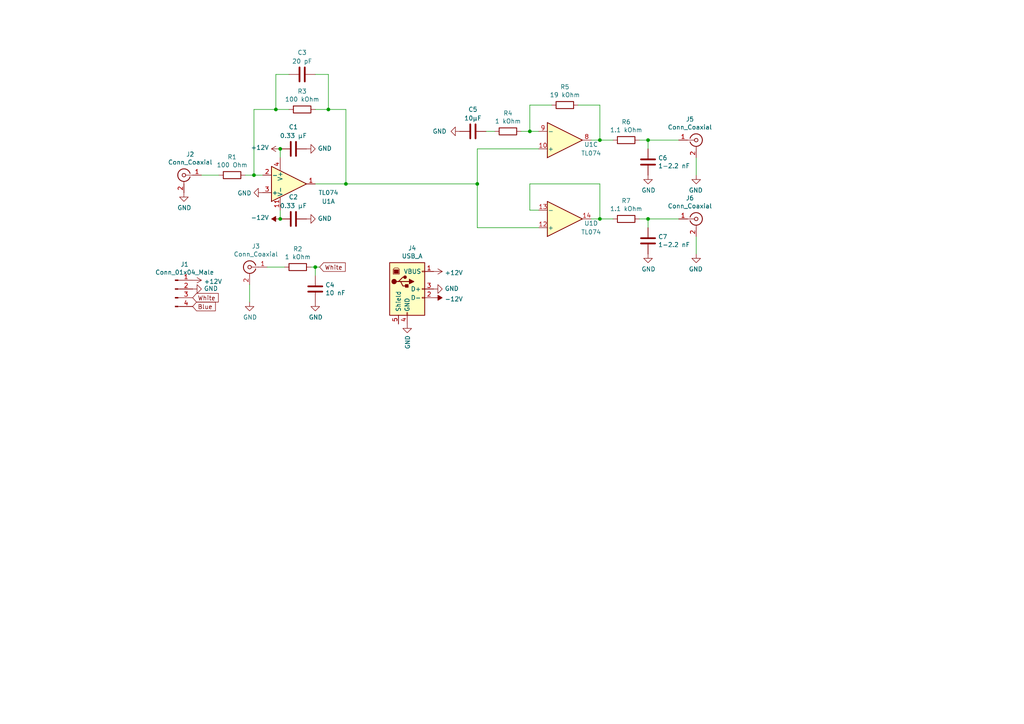
<source format=kicad_sch>
(kicad_sch (version 20211123) (generator eeschema)

  (uuid a13ab237-8f8d-4e16-8c47-4440653b8534)

  (paper "A4")

  (lib_symbols
    (symbol "Amplifier_Operational:TL074" (pin_names (offset 0.127)) (in_bom yes) (on_board yes)
      (property "Reference" "U" (id 0) (at 0 5.08 0)
        (effects (font (size 1.27 1.27)) (justify left))
      )
      (property "Value" "TL074" (id 1) (at 0 -5.08 0)
        (effects (font (size 1.27 1.27)) (justify left))
      )
      (property "Footprint" "" (id 2) (at -1.27 2.54 0)
        (effects (font (size 1.27 1.27)) hide)
      )
      (property "Datasheet" "http://www.ti.com/lit/ds/symlink/tl071.pdf" (id 3) (at 1.27 5.08 0)
        (effects (font (size 1.27 1.27)) hide)
      )
      (property "ki_locked" "" (id 4) (at 0 0 0)
        (effects (font (size 1.27 1.27)))
      )
      (property "ki_keywords" "quad opamp" (id 5) (at 0 0 0)
        (effects (font (size 1.27 1.27)) hide)
      )
      (property "ki_description" "Quad Low-Noise JFET-Input Operational Amplifiers, DIP-14/SOIC-14" (id 6) (at 0 0 0)
        (effects (font (size 1.27 1.27)) hide)
      )
      (property "ki_fp_filters" "SOIC*3.9x8.7mm*P1.27mm* DIP*W7.62mm* TSSOP*4.4x5mm*P0.65mm* SSOP*5.3x6.2mm*P0.65mm* MSOP*3x3mm*P0.5mm*" (id 7) (at 0 0 0)
        (effects (font (size 1.27 1.27)) hide)
      )
      (symbol "TL074_1_1"
        (polyline
          (pts
            (xy -5.08 5.08)
            (xy 5.08 0)
            (xy -5.08 -5.08)
            (xy -5.08 5.08)
          )
          (stroke (width 0.254) (type default) (color 0 0 0 0))
          (fill (type background))
        )
        (pin output line (at 7.62 0 180) (length 2.54)
          (name "~" (effects (font (size 1.27 1.27))))
          (number "1" (effects (font (size 1.27 1.27))))
        )
        (pin input line (at -7.62 -2.54 0) (length 2.54)
          (name "-" (effects (font (size 1.27 1.27))))
          (number "2" (effects (font (size 1.27 1.27))))
        )
        (pin input line (at -7.62 2.54 0) (length 2.54)
          (name "+" (effects (font (size 1.27 1.27))))
          (number "3" (effects (font (size 1.27 1.27))))
        )
      )
      (symbol "TL074_2_1"
        (polyline
          (pts
            (xy -5.08 5.08)
            (xy 5.08 0)
            (xy -5.08 -5.08)
            (xy -5.08 5.08)
          )
          (stroke (width 0.254) (type default) (color 0 0 0 0))
          (fill (type background))
        )
        (pin input line (at -7.62 2.54 0) (length 2.54)
          (name "+" (effects (font (size 1.27 1.27))))
          (number "5" (effects (font (size 1.27 1.27))))
        )
        (pin input line (at -7.62 -2.54 0) (length 2.54)
          (name "-" (effects (font (size 1.27 1.27))))
          (number "6" (effects (font (size 1.27 1.27))))
        )
        (pin output line (at 7.62 0 180) (length 2.54)
          (name "~" (effects (font (size 1.27 1.27))))
          (number "7" (effects (font (size 1.27 1.27))))
        )
      )
      (symbol "TL074_3_1"
        (polyline
          (pts
            (xy -5.08 5.08)
            (xy 5.08 0)
            (xy -5.08 -5.08)
            (xy -5.08 5.08)
          )
          (stroke (width 0.254) (type default) (color 0 0 0 0))
          (fill (type background))
        )
        (pin input line (at -7.62 2.54 0) (length 2.54)
          (name "+" (effects (font (size 1.27 1.27))))
          (number "10" (effects (font (size 1.27 1.27))))
        )
        (pin output line (at 7.62 0 180) (length 2.54)
          (name "~" (effects (font (size 1.27 1.27))))
          (number "8" (effects (font (size 1.27 1.27))))
        )
        (pin input line (at -7.62 -2.54 0) (length 2.54)
          (name "-" (effects (font (size 1.27 1.27))))
          (number "9" (effects (font (size 1.27 1.27))))
        )
      )
      (symbol "TL074_4_1"
        (polyline
          (pts
            (xy -5.08 5.08)
            (xy 5.08 0)
            (xy -5.08 -5.08)
            (xy -5.08 5.08)
          )
          (stroke (width 0.254) (type default) (color 0 0 0 0))
          (fill (type background))
        )
        (pin input line (at -7.62 2.54 0) (length 2.54)
          (name "+" (effects (font (size 1.27 1.27))))
          (number "12" (effects (font (size 1.27 1.27))))
        )
        (pin input line (at -7.62 -2.54 0) (length 2.54)
          (name "-" (effects (font (size 1.27 1.27))))
          (number "13" (effects (font (size 1.27 1.27))))
        )
        (pin output line (at 7.62 0 180) (length 2.54)
          (name "~" (effects (font (size 1.27 1.27))))
          (number "14" (effects (font (size 1.27 1.27))))
        )
      )
      (symbol "TL074_5_1"
        (pin power_in line (at -2.54 -7.62 90) (length 3.81)
          (name "V-" (effects (font (size 1.27 1.27))))
          (number "11" (effects (font (size 1.27 1.27))))
        )
        (pin power_in line (at -2.54 7.62 270) (length 3.81)
          (name "V+" (effects (font (size 1.27 1.27))))
          (number "4" (effects (font (size 1.27 1.27))))
        )
      )
    )
    (symbol "Connector:Conn_01x04_Male" (pin_names (offset 1.016) hide) (in_bom yes) (on_board yes)
      (property "Reference" "J" (id 0) (at 0 5.08 0)
        (effects (font (size 1.27 1.27)))
      )
      (property "Value" "Conn_01x04_Male" (id 1) (at 0 -7.62 0)
        (effects (font (size 1.27 1.27)))
      )
      (property "Footprint" "" (id 2) (at 0 0 0)
        (effects (font (size 1.27 1.27)) hide)
      )
      (property "Datasheet" "~" (id 3) (at 0 0 0)
        (effects (font (size 1.27 1.27)) hide)
      )
      (property "ki_keywords" "connector" (id 4) (at 0 0 0)
        (effects (font (size 1.27 1.27)) hide)
      )
      (property "ki_description" "Generic connector, single row, 01x04, script generated (kicad-library-utils/schlib/autogen/connector/)" (id 5) (at 0 0 0)
        (effects (font (size 1.27 1.27)) hide)
      )
      (property "ki_fp_filters" "Connector*:*_1x??_*" (id 6) (at 0 0 0)
        (effects (font (size 1.27 1.27)) hide)
      )
      (symbol "Conn_01x04_Male_1_1"
        (polyline
          (pts
            (xy 1.27 -5.08)
            (xy 0.8636 -5.08)
          )
          (stroke (width 0.1524) (type default) (color 0 0 0 0))
          (fill (type none))
        )
        (polyline
          (pts
            (xy 1.27 -2.54)
            (xy 0.8636 -2.54)
          )
          (stroke (width 0.1524) (type default) (color 0 0 0 0))
          (fill (type none))
        )
        (polyline
          (pts
            (xy 1.27 0)
            (xy 0.8636 0)
          )
          (stroke (width 0.1524) (type default) (color 0 0 0 0))
          (fill (type none))
        )
        (polyline
          (pts
            (xy 1.27 2.54)
            (xy 0.8636 2.54)
          )
          (stroke (width 0.1524) (type default) (color 0 0 0 0))
          (fill (type none))
        )
        (rectangle (start 0.8636 -4.953) (end 0 -5.207)
          (stroke (width 0.1524) (type default) (color 0 0 0 0))
          (fill (type outline))
        )
        (rectangle (start 0.8636 -2.413) (end 0 -2.667)
          (stroke (width 0.1524) (type default) (color 0 0 0 0))
          (fill (type outline))
        )
        (rectangle (start 0.8636 0.127) (end 0 -0.127)
          (stroke (width 0.1524) (type default) (color 0 0 0 0))
          (fill (type outline))
        )
        (rectangle (start 0.8636 2.667) (end 0 2.413)
          (stroke (width 0.1524) (type default) (color 0 0 0 0))
          (fill (type outline))
        )
        (pin passive line (at 5.08 2.54 180) (length 3.81)
          (name "Pin_1" (effects (font (size 1.27 1.27))))
          (number "1" (effects (font (size 1.27 1.27))))
        )
        (pin passive line (at 5.08 0 180) (length 3.81)
          (name "Pin_2" (effects (font (size 1.27 1.27))))
          (number "2" (effects (font (size 1.27 1.27))))
        )
        (pin passive line (at 5.08 -2.54 180) (length 3.81)
          (name "Pin_3" (effects (font (size 1.27 1.27))))
          (number "3" (effects (font (size 1.27 1.27))))
        )
        (pin passive line (at 5.08 -5.08 180) (length 3.81)
          (name "Pin_4" (effects (font (size 1.27 1.27))))
          (number "4" (effects (font (size 1.27 1.27))))
        )
      )
    )
    (symbol "Connector:Conn_Coaxial" (pin_names (offset 1.016) hide) (in_bom yes) (on_board yes)
      (property "Reference" "J" (id 0) (at 0.254 3.048 0)
        (effects (font (size 1.27 1.27)))
      )
      (property "Value" "Conn_Coaxial" (id 1) (at 2.921 0 90)
        (effects (font (size 1.27 1.27)))
      )
      (property "Footprint" "" (id 2) (at 0 0 0)
        (effects (font (size 1.27 1.27)) hide)
      )
      (property "Datasheet" " ~" (id 3) (at 0 0 0)
        (effects (font (size 1.27 1.27)) hide)
      )
      (property "ki_keywords" "BNC SMA SMB SMC LEMO coaxial connector CINCH RCA" (id 4) (at 0 0 0)
        (effects (font (size 1.27 1.27)) hide)
      )
      (property "ki_description" "coaxial connector (BNC, SMA, SMB, SMC, Cinch/RCA, LEMO, ...)" (id 5) (at 0 0 0)
        (effects (font (size 1.27 1.27)) hide)
      )
      (property "ki_fp_filters" "*BNC* *SMA* *SMB* *SMC* *Cinch* *LEMO*" (id 6) (at 0 0 0)
        (effects (font (size 1.27 1.27)) hide)
      )
      (symbol "Conn_Coaxial_0_1"
        (arc (start -1.778 -0.508) (mid 0.222 -1.808) (end 1.778 0)
          (stroke (width 0.254) (type default) (color 0 0 0 0))
          (fill (type none))
        )
        (polyline
          (pts
            (xy -2.54 0)
            (xy -0.508 0)
          )
          (stroke (width 0) (type default) (color 0 0 0 0))
          (fill (type none))
        )
        (polyline
          (pts
            (xy 0 -2.54)
            (xy 0 -1.778)
          )
          (stroke (width 0) (type default) (color 0 0 0 0))
          (fill (type none))
        )
        (circle (center 0 0) (radius 0.508)
          (stroke (width 0.2032) (type default) (color 0 0 0 0))
          (fill (type none))
        )
        (arc (start 1.778 0) (mid 0.222 1.8083) (end -1.778 0.508)
          (stroke (width 0.254) (type default) (color 0 0 0 0))
          (fill (type none))
        )
      )
      (symbol "Conn_Coaxial_1_1"
        (pin passive line (at -5.08 0 0) (length 2.54)
          (name "In" (effects (font (size 1.27 1.27))))
          (number "1" (effects (font (size 1.27 1.27))))
        )
        (pin passive line (at 0 -5.08 90) (length 2.54)
          (name "Ext" (effects (font (size 1.27 1.27))))
          (number "2" (effects (font (size 1.27 1.27))))
        )
      )
    )
    (symbol "Connector:USB_B" (pin_names (offset 1.016)) (in_bom yes) (on_board yes)
      (property "Reference" "J" (id 0) (at -5.08 11.43 0)
        (effects (font (size 1.27 1.27)) (justify left))
      )
      (property "Value" "USB_B" (id 1) (at -5.08 8.89 0)
        (effects (font (size 1.27 1.27)) (justify left))
      )
      (property "Footprint" "" (id 2) (at 3.81 -1.27 0)
        (effects (font (size 1.27 1.27)) hide)
      )
      (property "Datasheet" " ~" (id 3) (at 3.81 -1.27 0)
        (effects (font (size 1.27 1.27)) hide)
      )
      (property "ki_keywords" "connector USB" (id 4) (at 0 0 0)
        (effects (font (size 1.27 1.27)) hide)
      )
      (property "ki_description" "USB Type B connector" (id 5) (at 0 0 0)
        (effects (font (size 1.27 1.27)) hide)
      )
      (property "ki_fp_filters" "USB*" (id 6) (at 0 0 0)
        (effects (font (size 1.27 1.27)) hide)
      )
      (symbol "USB_B_0_1"
        (rectangle (start -5.08 -7.62) (end 5.08 7.62)
          (stroke (width 0.254) (type default) (color 0 0 0 0))
          (fill (type background))
        )
        (circle (center -3.81 2.159) (radius 0.635)
          (stroke (width 0.254) (type default) (color 0 0 0 0))
          (fill (type outline))
        )
        (rectangle (start -3.81 5.588) (end -2.54 4.572)
          (stroke (width 0) (type default) (color 0 0 0 0))
          (fill (type outline))
        )
        (circle (center -0.635 3.429) (radius 0.381)
          (stroke (width 0.254) (type default) (color 0 0 0 0))
          (fill (type outline))
        )
        (rectangle (start -0.127 -7.62) (end 0.127 -6.858)
          (stroke (width 0) (type default) (color 0 0 0 0))
          (fill (type none))
        )
        (polyline
          (pts
            (xy -1.905 2.159)
            (xy 0.635 2.159)
          )
          (stroke (width 0.254) (type default) (color 0 0 0 0))
          (fill (type none))
        )
        (polyline
          (pts
            (xy -3.175 2.159)
            (xy -2.54 2.159)
            (xy -1.27 3.429)
            (xy -0.635 3.429)
          )
          (stroke (width 0.254) (type default) (color 0 0 0 0))
          (fill (type none))
        )
        (polyline
          (pts
            (xy -2.54 2.159)
            (xy -1.905 2.159)
            (xy -1.27 0.889)
            (xy 0 0.889)
          )
          (stroke (width 0.254) (type default) (color 0 0 0 0))
          (fill (type none))
        )
        (polyline
          (pts
            (xy 0.635 2.794)
            (xy 0.635 1.524)
            (xy 1.905 2.159)
            (xy 0.635 2.794)
          )
          (stroke (width 0.254) (type default) (color 0 0 0 0))
          (fill (type outline))
        )
        (polyline
          (pts
            (xy -4.064 4.318)
            (xy -2.286 4.318)
            (xy -2.286 5.715)
            (xy -2.667 6.096)
            (xy -3.683 6.096)
            (xy -4.064 5.715)
            (xy -4.064 4.318)
          )
          (stroke (width 0) (type default) (color 0 0 0 0))
          (fill (type none))
        )
        (rectangle (start 0.254 1.27) (end -0.508 0.508)
          (stroke (width 0.254) (type default) (color 0 0 0 0))
          (fill (type outline))
        )
        (rectangle (start 5.08 -2.667) (end 4.318 -2.413)
          (stroke (width 0) (type default) (color 0 0 0 0))
          (fill (type none))
        )
        (rectangle (start 5.08 -0.127) (end 4.318 0.127)
          (stroke (width 0) (type default) (color 0 0 0 0))
          (fill (type none))
        )
        (rectangle (start 5.08 4.953) (end 4.318 5.207)
          (stroke (width 0) (type default) (color 0 0 0 0))
          (fill (type none))
        )
      )
      (symbol "USB_B_1_1"
        (pin power_out line (at 7.62 5.08 180) (length 2.54)
          (name "VBUS" (effects (font (size 1.27 1.27))))
          (number "1" (effects (font (size 1.27 1.27))))
        )
        (pin bidirectional line (at 7.62 -2.54 180) (length 2.54)
          (name "D-" (effects (font (size 1.27 1.27))))
          (number "2" (effects (font (size 1.27 1.27))))
        )
        (pin bidirectional line (at 7.62 0 180) (length 2.54)
          (name "D+" (effects (font (size 1.27 1.27))))
          (number "3" (effects (font (size 1.27 1.27))))
        )
        (pin power_out line (at 0 -10.16 90) (length 2.54)
          (name "GND" (effects (font (size 1.27 1.27))))
          (number "4" (effects (font (size 1.27 1.27))))
        )
        (pin passive line (at -2.54 -10.16 90) (length 2.54)
          (name "Shield" (effects (font (size 1.27 1.27))))
          (number "5" (effects (font (size 1.27 1.27))))
        )
      )
    )
    (symbol "Device:C" (pin_numbers hide) (pin_names (offset 0.254)) (in_bom yes) (on_board yes)
      (property "Reference" "C" (id 0) (at 0.635 2.54 0)
        (effects (font (size 1.27 1.27)) (justify left))
      )
      (property "Value" "C" (id 1) (at 0.635 -2.54 0)
        (effects (font (size 1.27 1.27)) (justify left))
      )
      (property "Footprint" "" (id 2) (at 0.9652 -3.81 0)
        (effects (font (size 1.27 1.27)) hide)
      )
      (property "Datasheet" "~" (id 3) (at 0 0 0)
        (effects (font (size 1.27 1.27)) hide)
      )
      (property "ki_keywords" "cap capacitor" (id 4) (at 0 0 0)
        (effects (font (size 1.27 1.27)) hide)
      )
      (property "ki_description" "Unpolarized capacitor" (id 5) (at 0 0 0)
        (effects (font (size 1.27 1.27)) hide)
      )
      (property "ki_fp_filters" "C_*" (id 6) (at 0 0 0)
        (effects (font (size 1.27 1.27)) hide)
      )
      (symbol "C_0_1"
        (polyline
          (pts
            (xy -2.032 -0.762)
            (xy 2.032 -0.762)
          )
          (stroke (width 0.508) (type default) (color 0 0 0 0))
          (fill (type none))
        )
        (polyline
          (pts
            (xy -2.032 0.762)
            (xy 2.032 0.762)
          )
          (stroke (width 0.508) (type default) (color 0 0 0 0))
          (fill (type none))
        )
      )
      (symbol "C_1_1"
        (pin passive line (at 0 3.81 270) (length 2.794)
          (name "~" (effects (font (size 1.27 1.27))))
          (number "1" (effects (font (size 1.27 1.27))))
        )
        (pin passive line (at 0 -3.81 90) (length 2.794)
          (name "~" (effects (font (size 1.27 1.27))))
          (number "2" (effects (font (size 1.27 1.27))))
        )
      )
    )
    (symbol "Device:R" (pin_numbers hide) (pin_names (offset 0)) (in_bom yes) (on_board yes)
      (property "Reference" "R" (id 0) (at 2.032 0 90)
        (effects (font (size 1.27 1.27)))
      )
      (property "Value" "R" (id 1) (at 0 0 90)
        (effects (font (size 1.27 1.27)))
      )
      (property "Footprint" "" (id 2) (at -1.778 0 90)
        (effects (font (size 1.27 1.27)) hide)
      )
      (property "Datasheet" "~" (id 3) (at 0 0 0)
        (effects (font (size 1.27 1.27)) hide)
      )
      (property "ki_keywords" "R res resistor" (id 4) (at 0 0 0)
        (effects (font (size 1.27 1.27)) hide)
      )
      (property "ki_description" "Resistor" (id 5) (at 0 0 0)
        (effects (font (size 1.27 1.27)) hide)
      )
      (property "ki_fp_filters" "R_*" (id 6) (at 0 0 0)
        (effects (font (size 1.27 1.27)) hide)
      )
      (symbol "R_0_1"
        (rectangle (start -1.016 -2.54) (end 1.016 2.54)
          (stroke (width 0.254) (type default) (color 0 0 0 0))
          (fill (type none))
        )
      )
      (symbol "R_1_1"
        (pin passive line (at 0 3.81 270) (length 1.27)
          (name "~" (effects (font (size 1.27 1.27))))
          (number "1" (effects (font (size 1.27 1.27))))
        )
        (pin passive line (at 0 -3.81 90) (length 1.27)
          (name "~" (effects (font (size 1.27 1.27))))
          (number "2" (effects (font (size 1.27 1.27))))
        )
      )
    )
    (symbol "power:+12V" (power) (pin_names (offset 0)) (in_bom yes) (on_board yes)
      (property "Reference" "#PWR" (id 0) (at 0 -3.81 0)
        (effects (font (size 1.27 1.27)) hide)
      )
      (property "Value" "+12V" (id 1) (at 0 3.556 0)
        (effects (font (size 1.27 1.27)))
      )
      (property "Footprint" "" (id 2) (at 0 0 0)
        (effects (font (size 1.27 1.27)) hide)
      )
      (property "Datasheet" "" (id 3) (at 0 0 0)
        (effects (font (size 1.27 1.27)) hide)
      )
      (property "ki_keywords" "power-flag" (id 4) (at 0 0 0)
        (effects (font (size 1.27 1.27)) hide)
      )
      (property "ki_description" "Power symbol creates a global label with name \"+12V\"" (id 5) (at 0 0 0)
        (effects (font (size 1.27 1.27)) hide)
      )
      (symbol "+12V_0_1"
        (polyline
          (pts
            (xy -0.762 1.27)
            (xy 0 2.54)
          )
          (stroke (width 0) (type default) (color 0 0 0 0))
          (fill (type none))
        )
        (polyline
          (pts
            (xy 0 0)
            (xy 0 2.54)
          )
          (stroke (width 0) (type default) (color 0 0 0 0))
          (fill (type none))
        )
        (polyline
          (pts
            (xy 0 2.54)
            (xy 0.762 1.27)
          )
          (stroke (width 0) (type default) (color 0 0 0 0))
          (fill (type none))
        )
      )
      (symbol "+12V_1_1"
        (pin power_in line (at 0 0 90) (length 0) hide
          (name "+12V" (effects (font (size 1.27 1.27))))
          (number "1" (effects (font (size 1.27 1.27))))
        )
      )
    )
    (symbol "power:-12V" (power) (pin_names (offset 0)) (in_bom yes) (on_board yes)
      (property "Reference" "#PWR" (id 0) (at 0 2.54 0)
        (effects (font (size 1.27 1.27)) hide)
      )
      (property "Value" "-12V" (id 1) (at 0 3.81 0)
        (effects (font (size 1.27 1.27)))
      )
      (property "Footprint" "" (id 2) (at 0 0 0)
        (effects (font (size 1.27 1.27)) hide)
      )
      (property "Datasheet" "" (id 3) (at 0 0 0)
        (effects (font (size 1.27 1.27)) hide)
      )
      (property "ki_keywords" "power-flag" (id 4) (at 0 0 0)
        (effects (font (size 1.27 1.27)) hide)
      )
      (property "ki_description" "Power symbol creates a global label with name \"-12V\"" (id 5) (at 0 0 0)
        (effects (font (size 1.27 1.27)) hide)
      )
      (symbol "-12V_0_0"
        (pin power_in line (at 0 0 90) (length 0) hide
          (name "-12V" (effects (font (size 1.27 1.27))))
          (number "1" (effects (font (size 1.27 1.27))))
        )
      )
      (symbol "-12V_0_1"
        (polyline
          (pts
            (xy 0 0)
            (xy 0 1.27)
            (xy 0.762 1.27)
            (xy 0 2.54)
            (xy -0.762 1.27)
            (xy 0 1.27)
          )
          (stroke (width 0) (type default) (color 0 0 0 0))
          (fill (type outline))
        )
      )
    )
    (symbol "power:GND" (power) (pin_names (offset 0)) (in_bom yes) (on_board yes)
      (property "Reference" "#PWR" (id 0) (at 0 -6.35 0)
        (effects (font (size 1.27 1.27)) hide)
      )
      (property "Value" "GND" (id 1) (at 0 -3.81 0)
        (effects (font (size 1.27 1.27)))
      )
      (property "Footprint" "" (id 2) (at 0 0 0)
        (effects (font (size 1.27 1.27)) hide)
      )
      (property "Datasheet" "" (id 3) (at 0 0 0)
        (effects (font (size 1.27 1.27)) hide)
      )
      (property "ki_keywords" "power-flag" (id 4) (at 0 0 0)
        (effects (font (size 1.27 1.27)) hide)
      )
      (property "ki_description" "Power symbol creates a global label with name \"GND\" , ground" (id 5) (at 0 0 0)
        (effects (font (size 1.27 1.27)) hide)
      )
      (symbol "GND_0_1"
        (polyline
          (pts
            (xy 0 0)
            (xy 0 -1.27)
            (xy 1.27 -1.27)
            (xy 0 -2.54)
            (xy -1.27 -1.27)
            (xy 0 -1.27)
          )
          (stroke (width 0) (type default) (color 0 0 0 0))
          (fill (type none))
        )
      )
      (symbol "GND_1_1"
        (pin power_in line (at 0 0 270) (length 0) hide
          (name "GND" (effects (font (size 1.27 1.27))))
          (number "1" (effects (font (size 1.27 1.27))))
        )
      )
    )
  )

  (junction (at 81.28 43.18) (diameter 0) (color 0 0 0 0)
    (uuid 007653dc-24a1-4f8b-8bfa-7604710e0bb0)
  )
  (junction (at 187.96 63.5) (diameter 0) (color 0 0 0 0)
    (uuid 023ad332-e571-420f-95bc-943ffe6e671f)
  )
  (junction (at 95.25 31.75) (diameter 0) (color 0 0 0 0)
    (uuid 0ae82096-0994-4fb0-9a2a-d4ac4804abac)
  )
  (junction (at 173.99 63.5) (diameter 0) (color 0 0 0 0)
    (uuid 261cf3d5-b697-419b-843b-1197135cdf81)
  )
  (junction (at 138.43 53.34) (diameter 0) (color 0 0 0 0)
    (uuid 531ccfb8-083a-4e78-8462-f015f9d0487b)
  )
  (junction (at 173.99 40.64) (diameter 0) (color 0 0 0 0)
    (uuid 69ab88e7-f037-4768-a502-9766b827c0b5)
  )
  (junction (at 187.96 40.64) (diameter 0) (color 0 0 0 0)
    (uuid 8d759e6a-e25a-4ddb-8851-22199a221f01)
  )
  (junction (at 91.44 77.47) (diameter 0) (color 0 0 0 0)
    (uuid 8fc062a7-114d-48eb-a8f8-71128838f380)
  )
  (junction (at 81.28 63.5) (diameter 0) (color 0 0 0 0)
    (uuid 981034d3-4ba9-410a-8568-6651f93125bb)
  )
  (junction (at 100.33 53.34) (diameter 0) (color 0 0 0 0)
    (uuid a2407563-95ff-40bc-8796-873ce4154d07)
  )
  (junction (at 80.01 31.75) (diameter 0) (color 0 0 0 0)
    (uuid c04386e0-b49e-4fff-b380-675af13a62cb)
  )
  (junction (at 73.66 50.8) (diameter 0) (color 0 0 0 0)
    (uuid d0fb0864-e79b-4bdc-8e8e-eed0cabe6d56)
  )
  (junction (at 153.67 38.1) (diameter 0) (color 0 0 0 0)
    (uuid fe0266ef-89b5-400a-b02b-92eadb879034)
  )

  (wire (pts (xy 80.01 21.59) (xy 80.01 31.75))
    (stroke (width 0) (type default) (color 0 0 0 0))
    (uuid 03c7f780-fc1b-487a-b30d-567d6c09fdc8)
  )
  (wire (pts (xy 138.43 43.18) (xy 138.43 53.34))
    (stroke (width 0) (type default) (color 0 0 0 0))
    (uuid 0ce26235-4422-48e3-bc7f-f654789473be)
  )
  (wire (pts (xy 160.02 30.48) (xy 153.67 30.48))
    (stroke (width 0) (type default) (color 0 0 0 0))
    (uuid 0e88558c-3d98-454f-a141-35913ba855ff)
  )
  (wire (pts (xy 95.25 21.59) (xy 95.25 31.75))
    (stroke (width 0) (type default) (color 0 0 0 0))
    (uuid 0fdc6f30-77bc-4e9b-8665-c8aa9acf5bf9)
  )
  (wire (pts (xy 151.13 38.1) (xy 153.67 38.1))
    (stroke (width 0) (type default) (color 0 0 0 0))
    (uuid 12f28de2-cba0-4090-8983-4cffc1ac265e)
  )
  (wire (pts (xy 173.99 40.64) (xy 177.8 40.64))
    (stroke (width 0) (type default) (color 0 0 0 0))
    (uuid 1bf041f4-b677-411a-a4bc-cdeb7adb3121)
  )
  (wire (pts (xy 100.33 53.34) (xy 138.43 53.34))
    (stroke (width 0) (type default) (color 0 0 0 0))
    (uuid 1d81c7e7-86ed-4a4d-9428-b6a29f440ad8)
  )
  (wire (pts (xy 153.67 53.34) (xy 173.99 53.34))
    (stroke (width 0) (type default) (color 0 0 0 0))
    (uuid 1fb38c9c-9825-436b-9af6-28650dece314)
  )
  (wire (pts (xy 153.67 38.1) (xy 156.21 38.1))
    (stroke (width 0) (type default) (color 0 0 0 0))
    (uuid 309ba144-c631-454f-84d3-70e034a474b0)
  )
  (wire (pts (xy 171.45 63.5) (xy 173.99 63.5))
    (stroke (width 0) (type default) (color 0 0 0 0))
    (uuid 3b4a5f0b-58ca-4666-a916-88fa82939abf)
  )
  (wire (pts (xy 91.44 21.59) (xy 95.25 21.59))
    (stroke (width 0) (type default) (color 0 0 0 0))
    (uuid 4107d40a-e5df-4255-aacc-13f9928e090c)
  )
  (wire (pts (xy 153.67 53.34) (xy 153.67 60.96))
    (stroke (width 0) (type default) (color 0 0 0 0))
    (uuid 45391477-a617-4165-8520-f528b17e905f)
  )
  (wire (pts (xy 153.67 60.96) (xy 156.21 60.96))
    (stroke (width 0) (type default) (color 0 0 0 0))
    (uuid 470aea5e-2b29-4773-8b10-9edc5e8751af)
  )
  (wire (pts (xy 173.99 63.5) (xy 177.8 63.5))
    (stroke (width 0) (type default) (color 0 0 0 0))
    (uuid 4e3d5218-daaf-4188-94d6-28d19c5e1534)
  )
  (wire (pts (xy 91.44 77.47) (xy 92.71 77.47))
    (stroke (width 0) (type default) (color 0 0 0 0))
    (uuid 4f411f68-04bd-4175-a406-bcaa4cf6601e)
  )
  (wire (pts (xy 138.43 43.18) (xy 156.21 43.18))
    (stroke (width 0) (type default) (color 0 0 0 0))
    (uuid 552d870c-1c16-458f-bbf5-ac4b7df9ef09)
  )
  (wire (pts (xy 138.43 66.04) (xy 156.21 66.04))
    (stroke (width 0) (type default) (color 0 0 0 0))
    (uuid 5fa72ed7-ec8c-4ac2-a6e0-52d4d5626877)
  )
  (wire (pts (xy 185.42 63.5) (xy 187.96 63.5))
    (stroke (width 0) (type default) (color 0 0 0 0))
    (uuid 6cd77dcc-687e-4bef-bdd7-1e33399d0f19)
  )
  (wire (pts (xy 153.67 30.48) (xy 153.67 38.1))
    (stroke (width 0) (type default) (color 0 0 0 0))
    (uuid 7a9a01f3-0779-43e8-a51d-0baed9e4d0a7)
  )
  (wire (pts (xy 81.28 45.72) (xy 81.28 43.18))
    (stroke (width 0) (type default) (color 0 0 0 0))
    (uuid 82be7aae-5d06-4178-8c3e-98760c41b054)
  )
  (wire (pts (xy 81.28 63.5) (xy 81.28 60.96))
    (stroke (width 0) (type default) (color 0 0 0 0))
    (uuid 8d0c1d66-35ef-4a53-a28f-436a11b54f42)
  )
  (wire (pts (xy 140.97 38.1) (xy 143.51 38.1))
    (stroke (width 0) (type default) (color 0 0 0 0))
    (uuid 8d70cdd3-780c-428f-bce6-0db8ea42fb92)
  )
  (wire (pts (xy 90.17 77.47) (xy 91.44 77.47))
    (stroke (width 0) (type default) (color 0 0 0 0))
    (uuid 917920ab-0c6e-4927-974d-ef342cdd4f63)
  )
  (wire (pts (xy 173.99 53.34) (xy 173.99 63.5))
    (stroke (width 0) (type default) (color 0 0 0 0))
    (uuid 953bdc05-3beb-488d-b5b7-c9e841302bce)
  )
  (wire (pts (xy 171.45 40.64) (xy 173.99 40.64))
    (stroke (width 0) (type default) (color 0 0 0 0))
    (uuid 9f8fb1a3-0f68-41f9-945e-573ffae96639)
  )
  (wire (pts (xy 58.42 50.8) (xy 63.5 50.8))
    (stroke (width 0) (type default) (color 0 0 0 0))
    (uuid a5e521b9-814e-4853-a5ac-f158785c6269)
  )
  (wire (pts (xy 72.39 82.55) (xy 72.39 87.63))
    (stroke (width 0) (type default) (color 0 0 0 0))
    (uuid a6ccc556-da88-4006-ae1a-cc35733efef3)
  )
  (wire (pts (xy 187.96 63.5) (xy 196.85 63.5))
    (stroke (width 0) (type default) (color 0 0 0 0))
    (uuid b00aa705-01e6-4e2e-b089-fc9d6c9cfad8)
  )
  (wire (pts (xy 167.64 30.48) (xy 173.99 30.48))
    (stroke (width 0) (type default) (color 0 0 0 0))
    (uuid b30bfd17-908a-47e2-8e64-8df9b280b212)
  )
  (wire (pts (xy 83.82 21.59) (xy 80.01 21.59))
    (stroke (width 0) (type default) (color 0 0 0 0))
    (uuid b873bc5d-a9af-4bd9-afcb-87ce4d417120)
  )
  (wire (pts (xy 80.01 31.75) (xy 83.82 31.75))
    (stroke (width 0) (type default) (color 0 0 0 0))
    (uuid b9bb0e73-161a-4d06-b6eb-a9f66d8a95f5)
  )
  (wire (pts (xy 73.66 31.75) (xy 73.66 50.8))
    (stroke (width 0) (type default) (color 0 0 0 0))
    (uuid bd9595a1-04f3-4fda-8f1b-e65ad874edd3)
  )
  (wire (pts (xy 100.33 31.75) (xy 100.33 53.34))
    (stroke (width 0) (type default) (color 0 0 0 0))
    (uuid be645d0f-8568-47a0-a152-e3ddd33563eb)
  )
  (wire (pts (xy 91.44 80.01) (xy 91.44 77.47))
    (stroke (width 0) (type default) (color 0 0 0 0))
    (uuid c24d6ac8-802d-4df3-a210-9cb1f693e865)
  )
  (wire (pts (xy 201.93 73.66) (xy 201.93 68.58))
    (stroke (width 0) (type default) (color 0 0 0 0))
    (uuid c49d23ab-146d-4089-864f-2d22b5b414b9)
  )
  (wire (pts (xy 91.44 31.75) (xy 95.25 31.75))
    (stroke (width 0) (type default) (color 0 0 0 0))
    (uuid c9667181-b3c7-4b01-b8b4-baa29a9aea63)
  )
  (wire (pts (xy 73.66 50.8) (xy 76.2 50.8))
    (stroke (width 0) (type default) (color 0 0 0 0))
    (uuid cff34251-839c-4da9-a0ad-85d0fc4e32af)
  )
  (wire (pts (xy 91.44 53.34) (xy 100.33 53.34))
    (stroke (width 0) (type default) (color 0 0 0 0))
    (uuid d5b800ca-1ab6-4b66-b5f7-2dda5658b504)
  )
  (wire (pts (xy 77.47 77.47) (xy 82.55 77.47))
    (stroke (width 0) (type default) (color 0 0 0 0))
    (uuid d69a5fdf-de15-4ec9-94f6-f9ee2f4b69fa)
  )
  (wire (pts (xy 201.93 50.8) (xy 201.93 45.72))
    (stroke (width 0) (type default) (color 0 0 0 0))
    (uuid d96154b3-e481-4778-addc-507db9c3272d)
  )
  (wire (pts (xy 173.99 30.48) (xy 173.99 40.64))
    (stroke (width 0) (type default) (color 0 0 0 0))
    (uuid da852c67-a647-4ff4-b8a4-fd185b3abc73)
  )
  (wire (pts (xy 95.25 31.75) (xy 100.33 31.75))
    (stroke (width 0) (type default) (color 0 0 0 0))
    (uuid e0f06b5c-de63-4833-a591-ca9e19217a35)
  )
  (wire (pts (xy 185.42 40.64) (xy 187.96 40.64))
    (stroke (width 0) (type default) (color 0 0 0 0))
    (uuid e4aa537c-eb9d-4dbb-ac87-fae46af42391)
  )
  (wire (pts (xy 71.12 50.8) (xy 73.66 50.8))
    (stroke (width 0) (type default) (color 0 0 0 0))
    (uuid e65b62be-e01b-4688-a999-1d1be370c4ae)
  )
  (wire (pts (xy 73.66 31.75) (xy 80.01 31.75))
    (stroke (width 0) (type default) (color 0 0 0 0))
    (uuid ebd06df3-d52b-4cff-99a2-a771df6d3733)
  )
  (wire (pts (xy 138.43 53.34) (xy 138.43 66.04))
    (stroke (width 0) (type default) (color 0 0 0 0))
    (uuid ec706a97-7449-42e5-856b-954d64f5727e)
  )
  (wire (pts (xy 187.96 63.5) (xy 187.96 66.04))
    (stroke (width 0) (type default) (color 0 0 0 0))
    (uuid f149694e-4336-45f7-8a0b-aed91118ad18)
  )
  (wire (pts (xy 187.96 40.64) (xy 196.85 40.64))
    (stroke (width 0) (type default) (color 0 0 0 0))
    (uuid f488f514-2ff2-4200-9cdd-177468bdb24b)
  )
  (wire (pts (xy 187.96 40.64) (xy 187.96 43.18))
    (stroke (width 0) (type default) (color 0 0 0 0))
    (uuid f9403623-c00c-4b71-bc5c-d763ff009386)
  )

  (global_label "White" (shape input) (at 55.88 86.36 0) (fields_autoplaced)
    (effects (font (size 1.27 1.27)) (justify left))
    (uuid 926001fd-2747-4639-8c0f-4fc46ff7218d)
    (property "Intersheet References" "${INTERSHEET_REFS}" (id 0) (at 0 0 0)
      (effects (font (size 1.27 1.27)) hide)
    )
  )
  (global_label "White" (shape input) (at 92.71 77.47 0) (fields_autoplaced)
    (effects (font (size 1.27 1.27)) (justify left))
    (uuid d39d813e-3e64-490c-ba5c-a64bb5ad6bd0)
    (property "Intersheet References" "${INTERSHEET_REFS}" (id 0) (at 0 0 0)
      (effects (font (size 1.27 1.27)) hide)
    )
  )
  (global_label "Blue" (shape input) (at 55.88 88.9 0) (fields_autoplaced)
    (effects (font (size 1.27 1.27)) (justify left))
    (uuid e3fc1e69-a11c-4c84-8952-fefb9372474e)
    (property "Intersheet References" "${INTERSHEET_REFS}" (id 0) (at 0 0 0)
      (effects (font (size 1.27 1.27)) hide)
    )
  )

  (symbol (lib_id "Device:R") (at 67.31 50.8 270) (unit 1)
    (in_bom yes) (on_board yes)
    (uuid 00000000-0000-0000-0000-0000618210d1)
    (property "Reference" "R1" (id 0) (at 67.31 45.5422 90))
    (property "Value" "100 Ohm" (id 1) (at 67.31 47.8536 90))
    (property "Footprint" "Resistor_SMD:R_1206_3216Metric_Pad1.30x1.75mm_HandSolder" (id 2) (at 67.31 49.022 90)
      (effects (font (size 1.27 1.27)) hide)
    )
    (property "Datasheet" "~" (id 3) (at 67.31 50.8 0)
      (effects (font (size 1.27 1.27)) hide)
    )
    (pin "1" (uuid 23d2fab5-8f0e-40b2-93a2-517086fa5ee1))
    (pin "2" (uuid 4f2e7297-2848-4920-b463-278938260435))
  )

  (symbol (lib_id "Device:R") (at 87.63 31.75 270) (unit 1)
    (in_bom yes) (on_board yes)
    (uuid 00000000-0000-0000-0000-000061822177)
    (property "Reference" "R3" (id 0) (at 87.63 26.4922 90))
    (property "Value" "100 kOhm" (id 1) (at 87.63 28.8036 90))
    (property "Footprint" "Resistor_SMD:R_1206_3216Metric_Pad1.30x1.75mm_HandSolder" (id 2) (at 87.63 29.972 90)
      (effects (font (size 1.27 1.27)) hide)
    )
    (property "Datasheet" "~" (id 3) (at 87.63 31.75 0)
      (effects (font (size 1.27 1.27)) hide)
    )
    (pin "1" (uuid e28f0711-0cce-4361-a07b-2274ae6767ba))
    (pin "2" (uuid 18f47154-d9da-4a05-a42c-09ba367dd68c))
  )

  (symbol (lib_id "Device:R") (at 181.61 40.64 270) (unit 1)
    (in_bom yes) (on_board yes)
    (uuid 00000000-0000-0000-0000-000061824fc9)
    (property "Reference" "R6" (id 0) (at 181.61 35.3822 90))
    (property "Value" "1.1 kOhm" (id 1) (at 181.61 37.6936 90))
    (property "Footprint" "Resistor_SMD:R_1206_3216Metric_Pad1.30x1.75mm_HandSolder" (id 2) (at 181.61 38.862 90)
      (effects (font (size 1.27 1.27)) hide)
    )
    (property "Datasheet" "~" (id 3) (at 181.61 40.64 0)
      (effects (font (size 1.27 1.27)) hide)
    )
    (pin "1" (uuid 04bc437b-e3d9-4d02-b795-21794875e31a))
    (pin "2" (uuid c8e92cde-8b2f-4b3e-873d-ba8390b07fd0))
  )

  (symbol (lib_id "Device:C") (at 187.96 46.99 0) (unit 1)
    (in_bom yes) (on_board yes)
    (uuid 00000000-0000-0000-0000-000061826d28)
    (property "Reference" "C6" (id 0) (at 190.881 45.8216 0)
      (effects (font (size 1.27 1.27)) (justify left))
    )
    (property "Value" "1-2.2 nF" (id 1) (at 190.881 48.133 0)
      (effects (font (size 1.27 1.27)) (justify left))
    )
    (property "Footprint" "Capacitor_SMD:C_1206_3216Metric_Pad1.33x1.80mm_HandSolder" (id 2) (at 188.9252 50.8 0)
      (effects (font (size 1.27 1.27)) hide)
    )
    (property "Datasheet" "~" (id 3) (at 187.96 46.99 0)
      (effects (font (size 1.27 1.27)) hide)
    )
    (pin "1" (uuid 2727f037-c592-475d-8fa3-bcffe1c62f7f))
    (pin "2" (uuid 9386d95c-3a58-43af-bc44-5c56dd2924da))
  )

  (symbol (lib_id "power:GND") (at 187.96 50.8 0) (unit 1)
    (in_bom yes) (on_board yes)
    (uuid 00000000-0000-0000-0000-00006182766a)
    (property "Reference" "#PWR016" (id 0) (at 187.96 57.15 0)
      (effects (font (size 1.27 1.27)) hide)
    )
    (property "Value" "GND" (id 1) (at 188.087 55.1942 0))
    (property "Footprint" "" (id 2) (at 187.96 50.8 0)
      (effects (font (size 1.27 1.27)) hide)
    )
    (property "Datasheet" "" (id 3) (at 187.96 50.8 0)
      (effects (font (size 1.27 1.27)) hide)
    )
    (pin "1" (uuid ca10adf8-e48b-4d4d-9a92-9612ea418ebb))
  )

  (symbol (lib_id "Connector:Conn_Coaxial") (at 201.93 63.5 0) (unit 1)
    (in_bom yes) (on_board yes)
    (uuid 00000000-0000-0000-0000-000061829af5)
    (property "Reference" "J6" (id 0) (at 200.1012 57.4548 0))
    (property "Value" "Conn_Coaxial" (id 1) (at 200.1012 59.7662 0))
    (property "Footprint" "Connector_Coaxial:SMA_Amphenol_132291-12_Vertical" (id 2) (at 201.93 63.5 0)
      (effects (font (size 1.27 1.27)) hide)
    )
    (property "Datasheet" " ~" (id 3) (at 201.93 63.5 0)
      (effects (font (size 1.27 1.27)) hide)
    )
    (pin "1" (uuid 5955fc9a-c742-493f-9e64-a9a25a873ff3))
    (pin "2" (uuid c167d8c0-1b54-44ab-9e2e-7deab141ab36))
  )

  (symbol (lib_id "power:GND") (at 201.93 73.66 0) (mirror y) (unit 1)
    (in_bom yes) (on_board yes)
    (uuid 00000000-0000-0000-0000-000061829afb)
    (property "Reference" "#PWR019" (id 0) (at 201.93 80.01 0)
      (effects (font (size 1.27 1.27)) hide)
    )
    (property "Value" "GND" (id 1) (at 201.803 78.0542 0))
    (property "Footprint" "" (id 2) (at 201.93 73.66 0)
      (effects (font (size 1.27 1.27)) hide)
    )
    (property "Datasheet" "" (id 3) (at 201.93 73.66 0)
      (effects (font (size 1.27 1.27)) hide)
    )
    (pin "1" (uuid 2872653f-5587-4693-9820-5b924e45bdd1))
  )

  (symbol (lib_id "Device:C") (at 85.09 43.18 270) (unit 1)
    (in_bom yes) (on_board yes)
    (uuid 00000000-0000-0000-0000-00006183485d)
    (property "Reference" "C1" (id 0) (at 85.09 36.83 90))
    (property "Value" "0.33 μF" (id 1) (at 85.09 39.37 90))
    (property "Footprint" "Capacitor_SMD:C_1206_3216Metric_Pad1.33x1.80mm_HandSolder" (id 2) (at 81.28 44.1452 0)
      (effects (font (size 1.27 1.27)) hide)
    )
    (property "Datasheet" "~" (id 3) (at 85.09 43.18 0)
      (effects (font (size 1.27 1.27)) hide)
    )
    (pin "1" (uuid e32f3b75-caa2-43e6-ae73-a4497241e521))
    (pin "2" (uuid a6e0310d-133a-4662-a89e-282e3b8ae558))
  )

  (symbol (lib_id "Device:C") (at 85.09 63.5 270) (unit 1)
    (in_bom yes) (on_board yes)
    (uuid 00000000-0000-0000-0000-0000618351e0)
    (property "Reference" "C2" (id 0) (at 85.09 57.15 90))
    (property "Value" "0.33 μF" (id 1) (at 85.09 59.69 90))
    (property "Footprint" "Capacitor_SMD:C_1206_3216Metric_Pad1.33x1.80mm_HandSolder" (id 2) (at 81.28 64.4652 0)
      (effects (font (size 1.27 1.27)) hide)
    )
    (property "Datasheet" "~" (id 3) (at 85.09 63.5 0)
      (effects (font (size 1.27 1.27)) hide)
    )
    (pin "1" (uuid 807afd4c-248e-40e5-8d21-6627e8b704ec))
    (pin "2" (uuid 2383cc57-c4ba-46d8-b4fb-bcd03c7f534d))
  )

  (symbol (lib_id "power:GND") (at 88.9 43.18 90) (unit 1)
    (in_bom yes) (on_board yes)
    (uuid 00000000-0000-0000-0000-000061836c06)
    (property "Reference" "#PWR08" (id 0) (at 95.25 43.18 0)
      (effects (font (size 1.27 1.27)) hide)
    )
    (property "Value" "GND" (id 1) (at 92.1512 43.053 90)
      (effects (font (size 1.27 1.27)) (justify right))
    )
    (property "Footprint" "" (id 2) (at 88.9 43.18 0)
      (effects (font (size 1.27 1.27)) hide)
    )
    (property "Datasheet" "" (id 3) (at 88.9 43.18 0)
      (effects (font (size 1.27 1.27)) hide)
    )
    (pin "1" (uuid 8ee23804-ba2e-43bb-a051-a3738fd405c2))
  )

  (symbol (lib_id "power:GND") (at 88.9 63.5 90) (unit 1)
    (in_bom yes) (on_board yes)
    (uuid 00000000-0000-0000-0000-00006183743b)
    (property "Reference" "#PWR09" (id 0) (at 95.25 63.5 0)
      (effects (font (size 1.27 1.27)) hide)
    )
    (property "Value" "GND" (id 1) (at 92.1512 63.373 90)
      (effects (font (size 1.27 1.27)) (justify right))
    )
    (property "Footprint" "" (id 2) (at 88.9 63.5 0)
      (effects (font (size 1.27 1.27)) hide)
    )
    (property "Datasheet" "" (id 3) (at 88.9 63.5 0)
      (effects (font (size 1.27 1.27)) hide)
    )
    (pin "1" (uuid e8b3a258-02c1-4f90-bfd1-0f6d8b488495))
  )

  (symbol (lib_id "Device:C") (at 87.63 21.59 270) (unit 1)
    (in_bom yes) (on_board yes)
    (uuid 00000000-0000-0000-0000-00006183fb57)
    (property "Reference" "C3" (id 0) (at 87.63 15.24 90))
    (property "Value" "20 pF" (id 1) (at 87.63 17.78 90))
    (property "Footprint" "Capacitor_SMD:C_1206_3216Metric_Pad1.33x1.80mm_HandSolder" (id 2) (at 83.82 22.5552 0)
      (effects (font (size 1.27 1.27)) hide)
    )
    (property "Datasheet" "~" (id 3) (at 87.63 21.59 0)
      (effects (font (size 1.27 1.27)) hide)
    )
    (pin "1" (uuid a32d008c-7ae2-429e-b769-efcc7067c278))
    (pin "2" (uuid 1c7cee09-d75c-450e-81db-90dbec975075))
  )

  (symbol (lib_id "power:+12V") (at 81.28 43.18 90) (unit 1)
    (in_bom yes) (on_board yes)
    (uuid 00000000-0000-0000-0000-000061850fc1)
    (property "Reference" "#PWR06" (id 0) (at 85.09 43.18 0)
      (effects (font (size 1.27 1.27)) hide)
    )
    (property "Value" "+12V" (id 1) (at 78.0288 42.799 90)
      (effects (font (size 1.27 1.27)) (justify left))
    )
    (property "Footprint" "" (id 2) (at 81.28 43.18 0)
      (effects (font (size 1.27 1.27)) hide)
    )
    (property "Datasheet" "" (id 3) (at 81.28 43.18 0)
      (effects (font (size 1.27 1.27)) hide)
    )
    (pin "1" (uuid 77a23736-6ea1-4950-bc94-03a253f04972))
  )

  (symbol (lib_id "power:-12V") (at 81.28 63.5 90) (unit 1)
    (in_bom yes) (on_board yes)
    (uuid 00000000-0000-0000-0000-0000618519ad)
    (property "Reference" "#PWR07" (id 0) (at 78.74 63.5 0)
      (effects (font (size 1.27 1.27)) hide)
    )
    (property "Value" "-12V" (id 1) (at 78.0288 63.119 90)
      (effects (font (size 1.27 1.27)) (justify left))
    )
    (property "Footprint" "" (id 2) (at 81.28 63.5 0)
      (effects (font (size 1.27 1.27)) hide)
    )
    (property "Datasheet" "" (id 3) (at 81.28 63.5 0)
      (effects (font (size 1.27 1.27)) hide)
    )
    (pin "1" (uuid b30355e7-68f9-417a-84bd-f2379e9eeff7))
  )

  (symbol (lib_id "power:GND") (at 76.2 55.88 270) (unit 1)
    (in_bom yes) (on_board yes)
    (uuid 00000000-0000-0000-0000-0000618581f1)
    (property "Reference" "#PWR05" (id 0) (at 69.85 55.88 0)
      (effects (font (size 1.27 1.27)) hide)
    )
    (property "Value" "GND" (id 1) (at 72.9488 56.007 90)
      (effects (font (size 1.27 1.27)) (justify right))
    )
    (property "Footprint" "" (id 2) (at 76.2 55.88 0)
      (effects (font (size 1.27 1.27)) hide)
    )
    (property "Datasheet" "" (id 3) (at 76.2 55.88 0)
      (effects (font (size 1.27 1.27)) hide)
    )
    (pin "1" (uuid eb88b9e4-f7ea-42f1-8c54-e606a8380036))
  )

  (symbol (lib_id "Connector:Conn_Coaxial") (at 53.34 50.8 0) (mirror y) (unit 1)
    (in_bom yes) (on_board yes)
    (uuid 00000000-0000-0000-0000-000061858d60)
    (property "Reference" "J2" (id 0) (at 55.1688 44.7548 0))
    (property "Value" "Conn_Coaxial" (id 1) (at 55.1688 47.0662 0))
    (property "Footprint" "Connector_Coaxial:SMA_Amphenol_132291-12_Vertical" (id 2) (at 53.34 50.8 0)
      (effects (font (size 1.27 1.27)) hide)
    )
    (property "Datasheet" " ~" (id 3) (at 53.34 50.8 0)
      (effects (font (size 1.27 1.27)) hide)
    )
    (pin "1" (uuid 46cbd2b5-3def-48b1-b6cd-7ea537715800))
    (pin "2" (uuid 254ec2e7-dcba-41b6-854c-462a1dbcca13))
  )

  (symbol (lib_id "power:GND") (at 53.34 55.88 0) (unit 1)
    (in_bom yes) (on_board yes)
    (uuid 00000000-0000-0000-0000-00006185ad45)
    (property "Reference" "#PWR01" (id 0) (at 53.34 62.23 0)
      (effects (font (size 1.27 1.27)) hide)
    )
    (property "Value" "GND" (id 1) (at 53.467 60.2742 0))
    (property "Footprint" "" (id 2) (at 53.34 55.88 0)
      (effects (font (size 1.27 1.27)) hide)
    )
    (property "Datasheet" "" (id 3) (at 53.34 55.88 0)
      (effects (font (size 1.27 1.27)) hide)
    )
    (pin "1" (uuid 89478415-c3ad-445f-a695-6c8ce1df140e))
  )

  (symbol (lib_id "Connector:Conn_01x04_Male") (at 50.8 83.82 0) (unit 1)
    (in_bom yes) (on_board yes)
    (uuid 00000000-0000-0000-0000-00006185c21c)
    (property "Reference" "J1" (id 0) (at 53.5432 76.6826 0))
    (property "Value" "Conn_01x04_Male" (id 1) (at 53.5432 78.994 0))
    (property "Footprint" "Connector_PinHeader_2.54mm:PinHeader_1x04_P2.54mm_Vertical" (id 2) (at 50.8 83.82 0)
      (effects (font (size 1.27 1.27)) hide)
    )
    (property "Datasheet" "~" (id 3) (at 50.8 83.82 0)
      (effects (font (size 1.27 1.27)) hide)
    )
    (pin "1" (uuid 545934a1-8e78-47c4-8b02-351f1f12ec37))
    (pin "2" (uuid 5101365b-b4be-4f1c-9fa1-be6db4bb58c3))
    (pin "3" (uuid effa58fe-05ba-460f-a33b-b1e2f6e21ea0))
    (pin "4" (uuid 86b12b1c-77fb-406c-b452-69688f36ee7a))
  )

  (symbol (lib_id "power:+12V") (at 55.88 81.28 270) (unit 1)
    (in_bom yes) (on_board yes)
    (uuid 00000000-0000-0000-0000-00006185d9f4)
    (property "Reference" "#PWR02" (id 0) (at 52.07 81.28 0)
      (effects (font (size 1.27 1.27)) hide)
    )
    (property "Value" "+12V" (id 1) (at 59.1312 81.661 90)
      (effects (font (size 1.27 1.27)) (justify left))
    )
    (property "Footprint" "" (id 2) (at 55.88 81.28 0)
      (effects (font (size 1.27 1.27)) hide)
    )
    (property "Datasheet" "" (id 3) (at 55.88 81.28 0)
      (effects (font (size 1.27 1.27)) hide)
    )
    (pin "1" (uuid 47ad866d-2717-4a8a-9f10-bb5311d60938))
  )

  (symbol (lib_id "power:GND") (at 55.88 83.82 90) (unit 1)
    (in_bom yes) (on_board yes)
    (uuid 00000000-0000-0000-0000-00006185e263)
    (property "Reference" "#PWR03" (id 0) (at 62.23 83.82 0)
      (effects (font (size 1.27 1.27)) hide)
    )
    (property "Value" "GND" (id 1) (at 59.1312 83.693 90)
      (effects (font (size 1.27 1.27)) (justify right))
    )
    (property "Footprint" "" (id 2) (at 55.88 83.82 0)
      (effects (font (size 1.27 1.27)) hide)
    )
    (property "Datasheet" "" (id 3) (at 55.88 83.82 0)
      (effects (font (size 1.27 1.27)) hide)
    )
    (pin "1" (uuid 057dff60-5b63-4365-8092-fe40ca4f6ba6))
  )

  (symbol (lib_id "power:+12V") (at 125.73 78.74 270) (unit 1)
    (in_bom yes) (on_board yes)
    (uuid 00000000-0000-0000-0000-00006185f0f9)
    (property "Reference" "#PWR012" (id 0) (at 121.92 78.74 0)
      (effects (font (size 1.27 1.27)) hide)
    )
    (property "Value" "+12V" (id 1) (at 128.9812 79.121 90)
      (effects (font (size 1.27 1.27)) (justify left))
    )
    (property "Footprint" "" (id 2) (at 125.73 78.74 0)
      (effects (font (size 1.27 1.27)) hide)
    )
    (property "Datasheet" "" (id 3) (at 125.73 78.74 0)
      (effects (font (size 1.27 1.27)) hide)
    )
    (pin "1" (uuid a65e92e3-9fda-4f4f-9973-a96b09d461d2))
  )

  (symbol (lib_id "power:-12V") (at 125.73 86.36 270) (unit 1)
    (in_bom yes) (on_board yes)
    (uuid 00000000-0000-0000-0000-00006185f7a2)
    (property "Reference" "#PWR014" (id 0) (at 128.27 86.36 0)
      (effects (font (size 1.27 1.27)) hide)
    )
    (property "Value" "-12V" (id 1) (at 128.9812 86.741 90)
      (effects (font (size 1.27 1.27)) (justify left))
    )
    (property "Footprint" "" (id 2) (at 125.73 86.36 0)
      (effects (font (size 1.27 1.27)) hide)
    )
    (property "Datasheet" "" (id 3) (at 125.73 86.36 0)
      (effects (font (size 1.27 1.27)) hide)
    )
    (pin "1" (uuid 42e9ebd9-d764-452d-9ee1-66b81f6eec69))
  )

  (symbol (lib_id "Connector:Conn_Coaxial") (at 72.39 77.47 0) (mirror y) (unit 1)
    (in_bom yes) (on_board yes)
    (uuid 00000000-0000-0000-0000-00006186038e)
    (property "Reference" "J3" (id 0) (at 74.2188 71.4248 0))
    (property "Value" "Conn_Coaxial" (id 1) (at 74.2188 73.7362 0))
    (property "Footprint" "Connector_Coaxial:SMA_Amphenol_132291-12_Vertical" (id 2) (at 72.39 77.47 0)
      (effects (font (size 1.27 1.27)) hide)
    )
    (property "Datasheet" " ~" (id 3) (at 72.39 77.47 0)
      (effects (font (size 1.27 1.27)) hide)
    )
    (pin "1" (uuid 39bf1ce4-9ba6-4844-abdd-1956812a90a0))
    (pin "2" (uuid f5751636-179d-42f6-84a1-b57312e22235))
  )

  (symbol (lib_id "power:GND") (at 125.73 83.82 90) (unit 1)
    (in_bom yes) (on_board yes)
    (uuid 00000000-0000-0000-0000-0000618603da)
    (property "Reference" "#PWR013" (id 0) (at 132.08 83.82 0)
      (effects (font (size 1.27 1.27)) hide)
    )
    (property "Value" "GND" (id 1) (at 128.9812 83.693 90)
      (effects (font (size 1.27 1.27)) (justify right))
    )
    (property "Footprint" "" (id 2) (at 125.73 83.82 0)
      (effects (font (size 1.27 1.27)) hide)
    )
    (property "Datasheet" "" (id 3) (at 125.73 83.82 0)
      (effects (font (size 1.27 1.27)) hide)
    )
    (pin "1" (uuid 719602d4-7a99-409f-9928-be2e82a92503))
  )

  (symbol (lib_id "Device:C") (at 91.44 83.82 0) (unit 1)
    (in_bom yes) (on_board yes)
    (uuid 00000000-0000-0000-0000-000061860d6f)
    (property "Reference" "C4" (id 0) (at 94.361 82.6516 0)
      (effects (font (size 1.27 1.27)) (justify left))
    )
    (property "Value" "10 nF" (id 1) (at 94.361 84.963 0)
      (effects (font (size 1.27 1.27)) (justify left))
    )
    (property "Footprint" "Capacitor_SMD:C_1206_3216Metric_Pad1.33x1.80mm_HandSolder" (id 2) (at 92.4052 87.63 0)
      (effects (font (size 1.27 1.27)) hide)
    )
    (property "Datasheet" "~" (id 3) (at 91.44 83.82 0)
      (effects (font (size 1.27 1.27)) hide)
    )
    (pin "1" (uuid 5e845d28-b090-4cbe-b836-36c12cd256a2))
    (pin "2" (uuid ecedbbe7-eea3-4038-badf-788056e23985))
  )

  (symbol (lib_id "Device:R") (at 86.36 77.47 270) (unit 1)
    (in_bom yes) (on_board yes)
    (uuid 00000000-0000-0000-0000-000061861ef1)
    (property "Reference" "R2" (id 0) (at 86.36 72.2122 90))
    (property "Value" "1 kOhm" (id 1) (at 86.36 74.5236 90))
    (property "Footprint" "Resistor_SMD:R_1206_3216Metric_Pad1.30x1.75mm_HandSolder" (id 2) (at 86.36 75.692 90)
      (effects (font (size 1.27 1.27)) hide)
    )
    (property "Datasheet" "~" (id 3) (at 86.36 77.47 0)
      (effects (font (size 1.27 1.27)) hide)
    )
    (pin "1" (uuid 5c514e44-33e2-4c4b-ae7f-50636654683c))
    (pin "2" (uuid 4c4752ba-cc55-4b4f-b8b9-8b560e360b95))
  )

  (symbol (lib_id "power:GND") (at 72.39 87.63 0) (unit 1)
    (in_bom yes) (on_board yes)
    (uuid 00000000-0000-0000-0000-000061862d7c)
    (property "Reference" "#PWR04" (id 0) (at 72.39 93.98 0)
      (effects (font (size 1.27 1.27)) hide)
    )
    (property "Value" "GND" (id 1) (at 72.517 92.0242 0))
    (property "Footprint" "" (id 2) (at 72.39 87.63 0)
      (effects (font (size 1.27 1.27)) hide)
    )
    (property "Datasheet" "" (id 3) (at 72.39 87.63 0)
      (effects (font (size 1.27 1.27)) hide)
    )
    (pin "1" (uuid 4e48f2b1-7e80-47ec-824b-883a968ad9f9))
  )

  (symbol (lib_id "power:GND") (at 91.44 87.63 0) (unit 1)
    (in_bom yes) (on_board yes)
    (uuid 00000000-0000-0000-0000-0000618635de)
    (property "Reference" "#PWR010" (id 0) (at 91.44 93.98 0)
      (effects (font (size 1.27 1.27)) hide)
    )
    (property "Value" "GND" (id 1) (at 91.567 92.0242 0))
    (property "Footprint" "" (id 2) (at 91.44 87.63 0)
      (effects (font (size 1.27 1.27)) hide)
    )
    (property "Datasheet" "" (id 3) (at 91.44 87.63 0)
      (effects (font (size 1.27 1.27)) hide)
    )
    (pin "1" (uuid 5e88cabf-4637-408d-b3dc-5f21d460b323))
  )

  (symbol (lib_id "Connector:USB_B") (at 118.11 83.82 0) (unit 1)
    (in_bom yes) (on_board yes)
    (uuid 00000000-0000-0000-0000-000062345363)
    (property "Reference" "J4" (id 0) (at 119.5578 71.9582 0))
    (property "Value" "USB_A" (id 1) (at 119.5578 74.2696 0))
    (property "Footprint" "Connector_USB:USB_B_Lumberg_2411_02_Horizontal" (id 2) (at 121.92 85.09 0)
      (effects (font (size 1.27 1.27)) hide)
    )
    (property "Datasheet" " ~" (id 3) (at 121.92 85.09 0)
      (effects (font (size 1.27 1.27)) hide)
    )
    (pin "1" (uuid 5d0bbc41-e409-416c-9d53-d476971687a8))
    (pin "2" (uuid 66c3346e-a484-4d11-87a7-59a768ce549a))
    (pin "3" (uuid 9a362b03-69ee-4b1f-b653-32a8ac132ea9))
    (pin "4" (uuid 576d1f38-6c0b-4ee9-a024-a6c2e1c6c615))
    (pin "5" (uuid 499ddd12-b834-47e8-a90d-0020d386d9a5))
  )

  (symbol (lib_id "power:GND") (at 118.11 93.98 0) (unit 1)
    (in_bom yes) (on_board yes)
    (uuid 00000000-0000-0000-0000-0000623478f6)
    (property "Reference" "#PWR011" (id 0) (at 118.11 100.33 0)
      (effects (font (size 1.27 1.27)) hide)
    )
    (property "Value" "GND" (id 1) (at 118.237 97.2312 90)
      (effects (font (size 1.27 1.27)) (justify right))
    )
    (property "Footprint" "" (id 2) (at 118.11 93.98 0)
      (effects (font (size 1.27 1.27)) hide)
    )
    (property "Datasheet" "" (id 3) (at 118.11 93.98 0)
      (effects (font (size 1.27 1.27)) hide)
    )
    (pin "1" (uuid dbd40e82-8eac-4561-aed1-5a215b72798b))
  )

  (symbol (lib_id "power:GND") (at 187.96 73.66 0) (unit 1)
    (in_bom yes) (on_board yes)
    (uuid 0653ab69-e029-4b96-ac20-3fc5f586df4c)
    (property "Reference" "#PWR017" (id 0) (at 187.96 80.01 0)
      (effects (font (size 1.27 1.27)) hide)
    )
    (property "Value" "GND" (id 1) (at 188.087 78.0542 0))
    (property "Footprint" "" (id 2) (at 187.96 73.66 0)
      (effects (font (size 1.27 1.27)) hide)
    )
    (property "Datasheet" "" (id 3) (at 187.96 73.66 0)
      (effects (font (size 1.27 1.27)) hide)
    )
    (pin "1" (uuid 2af80b09-e4ec-4fbf-9a6a-889b6439a0cb))
  )

  (symbol (lib_id "Device:C") (at 137.16 38.1 90) (unit 1)
    (in_bom yes) (on_board yes)
    (uuid 16e46076-8f9d-4ebd-bf49-0a9dc8d6dd9d)
    (property "Reference" "C5" (id 0) (at 137.16 31.75 90))
    (property "Value" "10μF" (id 1) (at 137.16 34.29 90))
    (property "Footprint" "Capacitor_SMD:C_1206_3216Metric_Pad1.33x1.80mm_HandSolder" (id 2) (at 140.97 37.1348 0)
      (effects (font (size 1.27 1.27)) hide)
    )
    (property "Datasheet" "~" (id 3) (at 137.16 38.1 0)
      (effects (font (size 1.27 1.27)) hide)
    )
    (pin "1" (uuid 10ebb28c-8c8a-487f-b129-488703374744))
    (pin "2" (uuid aa0d84b4-a883-4b8b-9acd-2b3a2c1135a3))
  )

  (symbol (lib_id "Device:R") (at 147.32 38.1 270) (unit 1)
    (in_bom yes) (on_board yes)
    (uuid 19d8410b-fb02-4046-a49d-4650710c9522)
    (property "Reference" "R4" (id 0) (at 147.32 32.8422 90))
    (property "Value" "1 kOhm" (id 1) (at 147.32 35.1536 90))
    (property "Footprint" "Resistor_SMD:R_1206_3216Metric_Pad1.30x1.75mm_HandSolder" (id 2) (at 147.32 36.322 90)
      (effects (font (size 1.27 1.27)) hide)
    )
    (property "Datasheet" "~" (id 3) (at 147.32 38.1 0)
      (effects (font (size 1.27 1.27)) hide)
    )
    (pin "1" (uuid 961e438c-c186-4394-956c-44d393375d90))
    (pin "2" (uuid 29c08d24-6e67-48a4-a672-7bf02c71cc04))
  )

  (symbol (lib_id "Connector:Conn_Coaxial") (at 201.93 40.64 0) (unit 1)
    (in_bom yes) (on_board yes)
    (uuid 3f9478d4-122a-4960-956c-35916e723b41)
    (property "Reference" "J5" (id 0) (at 200.1012 34.5948 0))
    (property "Value" "Conn_Coaxial" (id 1) (at 200.1012 36.9062 0))
    (property "Footprint" "Connector_Coaxial:SMA_Amphenol_132291-12_Vertical" (id 2) (at 201.93 40.64 0)
      (effects (font (size 1.27 1.27)) hide)
    )
    (property "Datasheet" " ~" (id 3) (at 201.93 40.64 0)
      (effects (font (size 1.27 1.27)) hide)
    )
    (pin "1" (uuid 3d349242-813e-4b0d-b017-d7c82e86c036))
    (pin "2" (uuid 710a512b-7b56-4f7f-bfcb-35465a2e76f9))
  )

  (symbol (lib_id "Amplifier_Operational:TL074") (at 83.82 53.34 0) (mirror x) (unit 1)
    (in_bom yes) (on_board yes)
    (uuid 681a9c2b-4447-4d19-b323-a30f00c8f920)
    (property "Reference" "U1" (id 0) (at 95.25 58.42 0))
    (property "Value" "TL074" (id 1) (at 95.25 55.88 0))
    (property "Footprint" "Package_DIP:DIP-14_W7.62mm_LongPads" (id 2) (at 82.55 55.88 0)
      (effects (font (size 1.27 1.27)) hide)
    )
    (property "Datasheet" "http://www.ti.com/lit/ds/symlink/tl071.pdf" (id 3) (at 85.09 58.42 0)
      (effects (font (size 1.27 1.27)) hide)
    )
    (pin "1" (uuid 64c7319c-1bab-43d6-8bdb-746d2e95ec2b))
    (pin "2" (uuid 040ce7c1-23b2-4322-afc1-41071b4cc017))
    (pin "3" (uuid e4dc3efe-ee9a-4d21-890a-244cdfa2616f))
    (pin "5" (uuid 63b082c2-918c-47ee-a4ef-8f42b0208ebd))
    (pin "6" (uuid 2e0b5563-b50b-4b87-a5f4-b7cfaf50e610))
    (pin "7" (uuid 744cbe24-c1d9-48ad-8045-b0b155a14e61))
    (pin "10" (uuid bfbe960a-45bf-48da-9862-122a2cea5f1d))
    (pin "8" (uuid 23e24c2a-f36f-43f0-92ae-dfa06bb8cbf0))
    (pin "9" (uuid 6fb8d2c4-2c51-420b-83fc-b44f6708ce39))
    (pin "12" (uuid b93c37c6-7d4f-4861-9eae-cfa77b0e82be))
    (pin "13" (uuid b384a772-347f-49a6-97bf-877057f145bf))
    (pin "14" (uuid 4c884d1e-dd2c-4f40-8e7f-3a134c46c4c9))
    (pin "11" (uuid 1b80d083-a987-42fa-9381-e3b11b4c4e88))
    (pin "4" (uuid 1300fc3c-8af9-437c-ae13-a2b1f0a7e021))
  )

  (symbol (lib_id "Amplifier_Operational:TL074") (at 83.82 53.34 0) (unit 5)
    (in_bom yes) (on_board yes) (fields_autoplaced)
    (uuid 70b03c34-229e-4859-9de1-a03fcd9fb026)
    (property "Reference" "U1" (id 0) (at 82.55 52.0699 0)
      (effects (font (size 1.27 1.27)) (justify left) hide)
    )
    (property "Value" "TL074" (id 1) (at 82.55 53.3399 0)
      (effects (font (size 1.27 1.27)) (justify left) hide)
    )
    (property "Footprint" "Package_DIP:DIP-14_W7.62mm_LongPads" (id 2) (at 82.55 50.8 0)
      (effects (font (size 1.27 1.27)) hide)
    )
    (property "Datasheet" "http://www.ti.com/lit/ds/symlink/tl071.pdf" (id 3) (at 85.09 48.26 0)
      (effects (font (size 1.27 1.27)) hide)
    )
    (pin "1" (uuid f6a89c63-7145-4145-aa5f-a716147eee3c))
    (pin "2" (uuid f1a9fd6d-8319-47de-a2fd-e72ccd570a71))
    (pin "3" (uuid 5c4567e0-95a8-4c79-b00e-fae6438773a2))
    (pin "5" (uuid ee0e650b-3958-4497-9dbf-f10dd3ecced5))
    (pin "6" (uuid d5f69ca9-2640-4ca9-8181-5fa111a12600))
    (pin "7" (uuid 041f289c-a365-4afd-98c1-af6c1dbb66dd))
    (pin "10" (uuid 37c28f01-49dc-4c0b-bea9-f72201ee5fb0))
    (pin "8" (uuid 76ab022f-1726-46c3-8e2c-59ecb3ed6282))
    (pin "9" (uuid 92747f51-4ffa-42db-a207-d80a1b71b923))
    (pin "12" (uuid 7f0a67b0-d82b-46a0-bd35-2cc7feb3d247))
    (pin "13" (uuid c9f5ce40-614c-4d3d-833d-ba2af84082a1))
    (pin "14" (uuid 0a8d037b-da40-468a-a486-6ab3e50139ac))
    (pin "11" (uuid ee26b7cc-8c38-43c0-8439-f89b0f495741))
    (pin "4" (uuid 1ac152d9-b99d-4da5-a70d-32c8cefc0aab))
  )

  (symbol (lib_id "Amplifier_Operational:TL074") (at 163.83 40.64 0) (mirror x) (unit 3)
    (in_bom yes) (on_board yes)
    (uuid 725b7088-5e5d-400d-8e81-45ca4eecb09a)
    (property "Reference" "U1" (id 0) (at 171.45 41.91 0))
    (property "Value" "TL074" (id 1) (at 171.45 44.45 0))
    (property "Footprint" "Package_DIP:DIP-14_W7.62mm_LongPads" (id 2) (at 162.56 43.18 0)
      (effects (font (size 1.27 1.27)) hide)
    )
    (property "Datasheet" "http://www.ti.com/lit/ds/symlink/tl071.pdf" (id 3) (at 165.1 45.72 0)
      (effects (font (size 1.27 1.27)) hide)
    )
    (pin "1" (uuid 80f9c58b-0bd1-47de-a891-9a24644a7a9e))
    (pin "2" (uuid da64db97-13a2-444e-af54-9ab5016feef2))
    (pin "3" (uuid 0ec480b4-89b5-4cd4-8fdc-6156cae9728f))
    (pin "5" (uuid 25edd2b8-c0c4-4a53-b866-22707b8f41ca))
    (pin "6" (uuid e89109b9-8d5e-40e1-8ba6-cee0a7234884))
    (pin "7" (uuid efe1d201-3907-47bf-ae8a-fe2329f6e06d))
    (pin "10" (uuid 381a7ef5-08eb-4011-b3d9-7955275e3a7b))
    (pin "8" (uuid 4c76466f-bb26-4ee1-a229-0e40d9876de8))
    (pin "9" (uuid 40ced4fa-0a22-4d5e-83e2-fb9105e5af8b))
    (pin "12" (uuid 495fa1c4-6d87-4db8-b514-fde51b707073))
    (pin "13" (uuid 97f51394-3b91-433b-9831-5785fcb3d861))
    (pin "14" (uuid b92838c7-e2a6-420d-85f6-e7e406819be4))
    (pin "11" (uuid 4ca84153-ae96-4fd0-b283-7bed6648fbf9))
    (pin "4" (uuid 0277158e-9542-47fb-9df7-da77a8c0da26))
  )

  (symbol (lib_id "power:GND") (at 201.93 50.8 0) (mirror y) (unit 1)
    (in_bom yes) (on_board yes)
    (uuid 7dc8afb2-47e3-4136-9ae3-dbe9b5c6384f)
    (property "Reference" "#PWR018" (id 0) (at 201.93 57.15 0)
      (effects (font (size 1.27 1.27)) hide)
    )
    (property "Value" "GND" (id 1) (at 201.803 55.1942 0))
    (property "Footprint" "" (id 2) (at 201.93 50.8 0)
      (effects (font (size 1.27 1.27)) hide)
    )
    (property "Datasheet" "" (id 3) (at 201.93 50.8 0)
      (effects (font (size 1.27 1.27)) hide)
    )
    (pin "1" (uuid ec0b3062-fec8-4159-b282-3c3e632ad68c))
  )

  (symbol (lib_id "Device:C") (at 187.96 69.85 0) (unit 1)
    (in_bom yes) (on_board yes)
    (uuid 7f0652db-34e0-4fb2-8abe-37eb1d07dc0f)
    (property "Reference" "C7" (id 0) (at 190.881 68.6816 0)
      (effects (font (size 1.27 1.27)) (justify left))
    )
    (property "Value" "1-2.2 nF" (id 1) (at 190.881 70.993 0)
      (effects (font (size 1.27 1.27)) (justify left))
    )
    (property "Footprint" "Capacitor_SMD:C_1206_3216Metric_Pad1.33x1.80mm_HandSolder" (id 2) (at 188.9252 73.66 0)
      (effects (font (size 1.27 1.27)) hide)
    )
    (property "Datasheet" "~" (id 3) (at 187.96 69.85 0)
      (effects (font (size 1.27 1.27)) hide)
    )
    (pin "1" (uuid 94bbdd44-f7f7-4f1f-93b7-2ab019235a58))
    (pin "2" (uuid 110e359e-5f88-4430-8754-51124b3f8591))
  )

  (symbol (lib_id "Device:R") (at 163.83 30.48 270) (unit 1)
    (in_bom yes) (on_board yes)
    (uuid 8afe3ccb-06c4-449f-a360-cd097848bd4d)
    (property "Reference" "R5" (id 0) (at 163.83 25.2222 90))
    (property "Value" "19 kOhm" (id 1) (at 163.83 27.5336 90))
    (property "Footprint" "Resistor_SMD:R_1206_3216Metric_Pad1.30x1.75mm_HandSolder" (id 2) (at 163.83 28.702 90)
      (effects (font (size 1.27 1.27)) hide)
    )
    (property "Datasheet" "~" (id 3) (at 163.83 30.48 0)
      (effects (font (size 1.27 1.27)) hide)
    )
    (pin "1" (uuid 26551ff6-d2b6-499a-9b1f-76cc044dd976))
    (pin "2" (uuid 4c8451c7-cce3-4abc-89c4-dc2ac5202733))
  )

  (symbol (lib_id "Device:R") (at 181.61 63.5 270) (unit 1)
    (in_bom yes) (on_board yes)
    (uuid a3320d5c-237c-4cca-a6a9-4a2f9b14c9cd)
    (property "Reference" "R7" (id 0) (at 181.61 58.2422 90))
    (property "Value" "1.1 kOhm" (id 1) (at 181.61 60.5536 90))
    (property "Footprint" "Resistor_SMD:R_1206_3216Metric_Pad1.30x1.75mm_HandSolder" (id 2) (at 181.61 61.722 90)
      (effects (font (size 1.27 1.27)) hide)
    )
    (property "Datasheet" "~" (id 3) (at 181.61 63.5 0)
      (effects (font (size 1.27 1.27)) hide)
    )
    (pin "1" (uuid 1a4add92-5742-4fab-af16-ac7b68bda48c))
    (pin "2" (uuid 43beef6b-84fd-4602-9d39-3c51fadccc5b))
  )

  (symbol (lib_id "Amplifier_Operational:TL074") (at 163.83 63.5 0) (mirror x) (unit 4)
    (in_bom yes) (on_board yes)
    (uuid ea0875e8-5dfb-498b-9b4a-46017e9523e4)
    (property "Reference" "U1" (id 0) (at 171.45 64.77 0))
    (property "Value" "TL074" (id 1) (at 171.45 67.31 0))
    (property "Footprint" "Package_DIP:DIP-14_W7.62mm_LongPads" (id 2) (at 162.56 66.04 0)
      (effects (font (size 1.27 1.27)) hide)
    )
    (property "Datasheet" "http://www.ti.com/lit/ds/symlink/tl071.pdf" (id 3) (at 165.1 68.58 0)
      (effects (font (size 1.27 1.27)) hide)
    )
    (pin "1" (uuid 482c48a6-4206-4158-aa41-347a62a1f172))
    (pin "2" (uuid 8ed42814-8bfc-4e68-8fee-d50183c2c3d3))
    (pin "3" (uuid 71eaac32-da6b-43eb-8677-8741d0012207))
    (pin "5" (uuid 16111b98-5e75-44ef-a71c-d137cd5c1882))
    (pin "6" (uuid 13bca7c9-edc9-48c5-b81b-06745b5321d1))
    (pin "7" (uuid fa1079b4-c89e-441d-85b5-c21e7692d0da))
    (pin "10" (uuid 912ee4ca-9289-45ba-9a53-f0c9eefb5c0c))
    (pin "8" (uuid a0a4cc41-ddca-41cf-b753-69f5847ef308))
    (pin "9" (uuid 273ad29b-31e6-434e-a214-bbf2b7719e00))
    (pin "12" (uuid 3838ce23-62f2-4137-b36c-b1926c0b5ac2))
    (pin "13" (uuid e0136997-1b34-469d-bec5-ee48a6faee4b))
    (pin "14" (uuid 848e6c60-8509-4c49-8f79-e2650c519a8f))
    (pin "11" (uuid 0120dac6-c093-4f95-b554-0217fb6553ed))
    (pin "4" (uuid 015a41b1-f236-4358-90c8-1714c7c24820))
  )

  (symbol (lib_id "power:GND") (at 133.35 38.1 270) (unit 1)
    (in_bom yes) (on_board yes) (fields_autoplaced)
    (uuid fe9448bd-4992-4d9d-9ea7-080321732c19)
    (property "Reference" "#PWR015" (id 0) (at 127 38.1 0)
      (effects (font (size 1.27 1.27)) hide)
    )
    (property "Value" "GND" (id 1) (at 129.54 38.0999 90)
      (effects (font (size 1.27 1.27)) (justify right))
    )
    (property "Footprint" "" (id 2) (at 133.35 38.1 0)
      (effects (font (size 1.27 1.27)) hide)
    )
    (property "Datasheet" "" (id 3) (at 133.35 38.1 0)
      (effects (font (size 1.27 1.27)) hide)
    )
    (pin "1" (uuid deab9c46-9331-4d84-a5d5-c8f52bad69d7))
  )

  (sheet_instances
    (path "/" (page "1"))
  )

  (symbol_instances
    (path "/00000000-0000-0000-0000-00006185ad45"
      (reference "#PWR01") (unit 1) (value "GND") (footprint "")
    )
    (path "/00000000-0000-0000-0000-00006185d9f4"
      (reference "#PWR02") (unit 1) (value "+12V") (footprint "")
    )
    (path "/00000000-0000-0000-0000-00006185e263"
      (reference "#PWR03") (unit 1) (value "GND") (footprint "")
    )
    (path "/00000000-0000-0000-0000-000061862d7c"
      (reference "#PWR04") (unit 1) (value "GND") (footprint "")
    )
    (path "/00000000-0000-0000-0000-0000618581f1"
      (reference "#PWR05") (unit 1) (value "GND") (footprint "")
    )
    (path "/00000000-0000-0000-0000-000061850fc1"
      (reference "#PWR06") (unit 1) (value "+12V") (footprint "")
    )
    (path "/00000000-0000-0000-0000-0000618519ad"
      (reference "#PWR07") (unit 1) (value "-12V") (footprint "")
    )
    (path "/00000000-0000-0000-0000-000061836c06"
      (reference "#PWR08") (unit 1) (value "GND") (footprint "")
    )
    (path "/00000000-0000-0000-0000-00006183743b"
      (reference "#PWR09") (unit 1) (value "GND") (footprint "")
    )
    (path "/00000000-0000-0000-0000-0000618635de"
      (reference "#PWR010") (unit 1) (value "GND") (footprint "")
    )
    (path "/00000000-0000-0000-0000-0000623478f6"
      (reference "#PWR011") (unit 1) (value "GND") (footprint "")
    )
    (path "/00000000-0000-0000-0000-00006185f0f9"
      (reference "#PWR012") (unit 1) (value "+12V") (footprint "")
    )
    (path "/00000000-0000-0000-0000-0000618603da"
      (reference "#PWR013") (unit 1) (value "GND") (footprint "")
    )
    (path "/00000000-0000-0000-0000-00006185f7a2"
      (reference "#PWR014") (unit 1) (value "-12V") (footprint "")
    )
    (path "/fe9448bd-4992-4d9d-9ea7-080321732c19"
      (reference "#PWR015") (unit 1) (value "GND") (footprint "")
    )
    (path "/00000000-0000-0000-0000-00006182766a"
      (reference "#PWR016") (unit 1) (value "GND") (footprint "")
    )
    (path "/0653ab69-e029-4b96-ac20-3fc5f586df4c"
      (reference "#PWR017") (unit 1) (value "GND") (footprint "")
    )
    (path "/7dc8afb2-47e3-4136-9ae3-dbe9b5c6384f"
      (reference "#PWR018") (unit 1) (value "GND") (footprint "")
    )
    (path "/00000000-0000-0000-0000-000061829afb"
      (reference "#PWR019") (unit 1) (value "GND") (footprint "")
    )
    (path "/00000000-0000-0000-0000-00006183485d"
      (reference "C1") (unit 1) (value "0.33 μF") (footprint "Capacitor_SMD:C_1206_3216Metric_Pad1.33x1.80mm_HandSolder")
    )
    (path "/00000000-0000-0000-0000-0000618351e0"
      (reference "C2") (unit 1) (value "0.33 μF") (footprint "Capacitor_SMD:C_1206_3216Metric_Pad1.33x1.80mm_HandSolder")
    )
    (path "/00000000-0000-0000-0000-00006183fb57"
      (reference "C3") (unit 1) (value "20 pF") (footprint "Capacitor_SMD:C_1206_3216Metric_Pad1.33x1.80mm_HandSolder")
    )
    (path "/00000000-0000-0000-0000-000061860d6f"
      (reference "C4") (unit 1) (value "10 nF") (footprint "Capacitor_SMD:C_1206_3216Metric_Pad1.33x1.80mm_HandSolder")
    )
    (path "/16e46076-8f9d-4ebd-bf49-0a9dc8d6dd9d"
      (reference "C5") (unit 1) (value "10μF") (footprint "Capacitor_SMD:C_1206_3216Metric_Pad1.33x1.80mm_HandSolder")
    )
    (path "/00000000-0000-0000-0000-000061826d28"
      (reference "C6") (unit 1) (value "1-2.2 nF") (footprint "Capacitor_SMD:C_1206_3216Metric_Pad1.33x1.80mm_HandSolder")
    )
    (path "/7f0652db-34e0-4fb2-8abe-37eb1d07dc0f"
      (reference "C7") (unit 1) (value "1-2.2 nF") (footprint "Capacitor_SMD:C_1206_3216Metric_Pad1.33x1.80mm_HandSolder")
    )
    (path "/00000000-0000-0000-0000-00006185c21c"
      (reference "J1") (unit 1) (value "Conn_01x04_Male") (footprint "Connector_PinHeader_2.54mm:PinHeader_1x04_P2.54mm_Vertical")
    )
    (path "/00000000-0000-0000-0000-000061858d60"
      (reference "J2") (unit 1) (value "Conn_Coaxial") (footprint "Connector_Coaxial:SMA_Amphenol_132291-12_Vertical")
    )
    (path "/00000000-0000-0000-0000-00006186038e"
      (reference "J3") (unit 1) (value "Conn_Coaxial") (footprint "Connector_Coaxial:SMA_Amphenol_132291-12_Vertical")
    )
    (path "/00000000-0000-0000-0000-000062345363"
      (reference "J4") (unit 1) (value "USB_A") (footprint "Connector_USB:USB_B_Lumberg_2411_02_Horizontal")
    )
    (path "/3f9478d4-122a-4960-956c-35916e723b41"
      (reference "J5") (unit 1) (value "Conn_Coaxial") (footprint "Connector_Coaxial:SMA_Amphenol_132291-12_Vertical")
    )
    (path "/00000000-0000-0000-0000-000061829af5"
      (reference "J6") (unit 1) (value "Conn_Coaxial") (footprint "Connector_Coaxial:SMA_Amphenol_132291-12_Vertical")
    )
    (path "/00000000-0000-0000-0000-0000618210d1"
      (reference "R1") (unit 1) (value "100 Ohm") (footprint "Resistor_SMD:R_1206_3216Metric_Pad1.30x1.75mm_HandSolder")
    )
    (path "/00000000-0000-0000-0000-000061861ef1"
      (reference "R2") (unit 1) (value "1 kOhm") (footprint "Resistor_SMD:R_1206_3216Metric_Pad1.30x1.75mm_HandSolder")
    )
    (path "/00000000-0000-0000-0000-000061822177"
      (reference "R3") (unit 1) (value "100 kOhm") (footprint "Resistor_SMD:R_1206_3216Metric_Pad1.30x1.75mm_HandSolder")
    )
    (path "/19d8410b-fb02-4046-a49d-4650710c9522"
      (reference "R4") (unit 1) (value "1 kOhm") (footprint "Resistor_SMD:R_1206_3216Metric_Pad1.30x1.75mm_HandSolder")
    )
    (path "/8afe3ccb-06c4-449f-a360-cd097848bd4d"
      (reference "R5") (unit 1) (value "19 kOhm") (footprint "Resistor_SMD:R_1206_3216Metric_Pad1.30x1.75mm_HandSolder")
    )
    (path "/00000000-0000-0000-0000-000061824fc9"
      (reference "R6") (unit 1) (value "1.1 kOhm") (footprint "Resistor_SMD:R_1206_3216Metric_Pad1.30x1.75mm_HandSolder")
    )
    (path "/a3320d5c-237c-4cca-a6a9-4a2f9b14c9cd"
      (reference "R7") (unit 1) (value "1.1 kOhm") (footprint "Resistor_SMD:R_1206_3216Metric_Pad1.30x1.75mm_HandSolder")
    )
    (path "/681a9c2b-4447-4d19-b323-a30f00c8f920"
      (reference "U1") (unit 1) (value "TL074") (footprint "Package_DIP:DIP-14_W7.62mm_LongPads")
    )
    (path "/725b7088-5e5d-400d-8e81-45ca4eecb09a"
      (reference "U1") (unit 3) (value "TL074") (footprint "Package_DIP:DIP-14_W7.62mm_LongPads")
    )
    (path "/ea0875e8-5dfb-498b-9b4a-46017e9523e4"
      (reference "U1") (unit 4) (value "TL074") (footprint "Package_DIP:DIP-14_W7.62mm_LongPads")
    )
    (path "/70b03c34-229e-4859-9de1-a03fcd9fb026"
      (reference "U1") (unit 5) (value "TL074") (footprint "Package_DIP:DIP-14_W7.62mm_LongPads")
    )
  )
)

</source>
